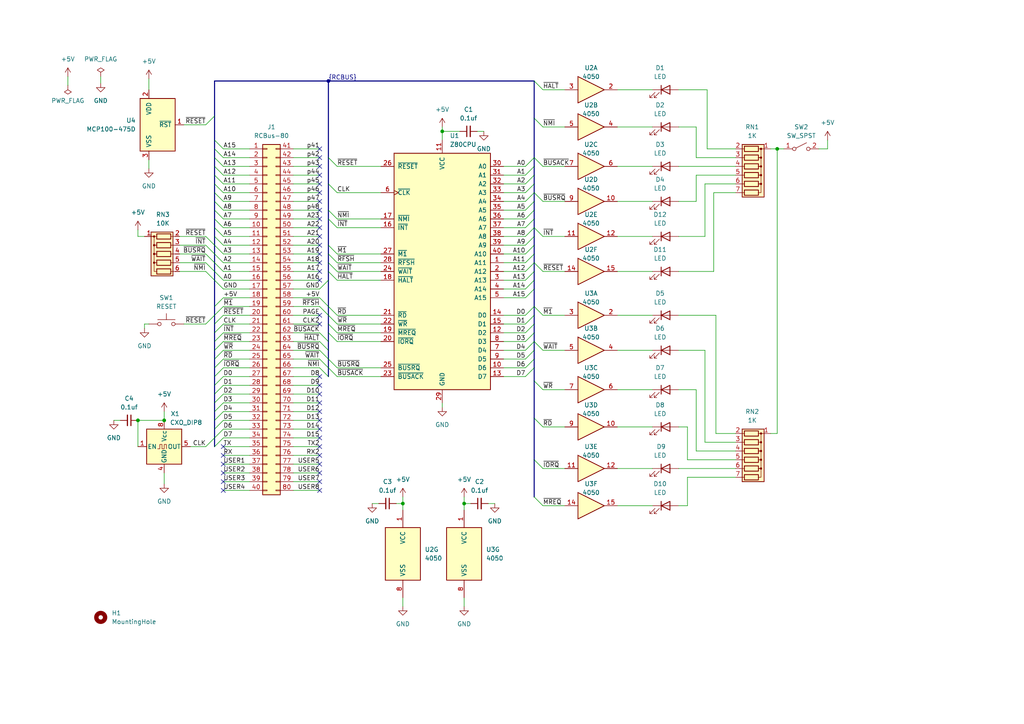
<source format=kicad_sch>
(kicad_sch (version 20230121) (generator eeschema)
  (paper "A4")
  (title_block (title "z80blinken") (date "2024-01-21") (rev "1") (company "(C) 2024 J.B. Langston") (comment 1 "https://github.com/jblang/z80ctrl"))
  (bus_alias "RCBUS" (members "A[0..15]" "D[0..7]" "CLK" "~{RESET}" "~{NMI}" "~{INT}" "~{M1}" "~{RFSH}" "~{WAIT}" "~{HALT}" "~{RD}" "~{WR}" "~{MREQ}" "~{IORQ}" "~{BUSRQ}" "~{BUSACK}" "+5V" "GND" ""))
  (junction (at 225.425 43.18))
  (junction (at 40.005 121.92))
  (junction (at 128.27 38.1))
  (junction (at 116.84 146.05))
  (junction (at 47.625 121.92))
  (junction (at 95.25 23.495))
  (junction (at 134.62 146.05))
  (no_connect (at 92.71 119.38))
  (no_connect (at 92.71 43.18))
  (no_connect (at 92.71 134.62))
  (no_connect (at 92.71 81.28))
  (no_connect (at 92.71 142.24))
  (no_connect (at 92.71 60.96))
  (no_connect (at 92.71 63.5))
  (no_connect (at 92.71 71.12))
  (no_connect (at 92.71 116.84))
  (no_connect (at 92.71 78.74))
  (no_connect (at 92.71 132.08))
  (no_connect (at 92.71 127))
  (no_connect (at 92.71 45.72))
  (no_connect (at 92.71 114.3))
  (no_connect (at 64.77 142.24))
  (no_connect (at 92.71 73.66))
  (no_connect (at 92.71 93.98))
  (no_connect (at 64.77 137.16))
  (no_connect (at 92.71 58.42))
  (no_connect (at 92.71 66.04))
  (no_connect (at 92.71 55.88))
  (no_connect (at 92.71 50.8))
  (no_connect (at 64.77 129.54))
  (no_connect (at 92.71 111.76))
  (no_connect (at 92.71 91.44))
  (no_connect (at 92.71 121.92))
  (no_connect (at 92.71 68.58))
  (no_connect (at 92.71 53.34))
  (no_connect (at 92.71 109.22))
  (no_connect (at 64.77 132.08))
  (no_connect (at 92.71 48.26))
  (no_connect (at 64.77 134.62))
  (no_connect (at 64.77 139.7))
  (no_connect (at 92.71 124.46))
  (no_connect (at 92.71 139.7))
  (no_connect (at 92.71 137.16))
  (no_connect (at 92.71 129.54))
  (no_connect (at 92.71 76.2))
  (bus_entry (at 62.23 91.44) (size 2.54 -2.54))
  (bus_entry (at 154.94 144.145) (size 2.54 2.54))
  (bus_entry (at 154.94 45.72) (size 2.54 2.54))
  (bus_entry (at 152.4 96.52) (size 2.54 -2.54))
  (bus_entry (at 62.23 60.96) (size 2.54 2.54))
  (bus_entry (at 97.79 55.88) (size -2.54 -2.54))
  (bus_entry (at 152.4 68.58) (size 2.54 -2.54))
  (bus_entry (at 154.94 110.49) (size 2.54 2.54))
  (bus_entry (at 92.71 104.14) (size 2.54 2.54))
  (bus_entry (at 62.23 45.72) (size 2.54 2.54))
  (bus_entry (at 152.4 73.66) (size 2.54 -2.54))
  (bus_entry (at 62.23 88.9) (size 2.54 -2.54))
  (bus_entry (at 154.94 121.285) (size 2.54 2.54))
  (bus_entry (at 62.23 93.98) (size 2.54 -2.54))
  (bus_entry (at 59.69 93.98) (size 2.54 -2.54))
  (bus_entry (at 62.23 58.42) (size 2.54 2.54))
  (bus_entry (at 62.23 121.92) (size 2.54 -2.54))
  (bus_entry (at 62.23 71.12) (size 2.54 2.54))
  (bus_entry (at 154.94 133.35) (size 2.54 2.54))
  (bus_entry (at 97.79 76.2) (size -2.54 -2.54))
  (bus_entry (at 62.23 114.3) (size 2.54 -2.54))
  (bus_entry (at 152.4 58.42) (size 2.54 -2.54))
  (bus_entry (at 152.4 71.12) (size 2.54 -2.54))
  (bus_entry (at 59.69 76.2) (size 2.54 2.54))
  (bus_entry (at 59.69 71.12) (size 2.54 2.54))
  (bus_entry (at 62.23 55.88) (size 2.54 2.54))
  (bus_entry (at 62.23 48.26) (size 2.54 2.54))
  (bus_entry (at 62.23 68.58) (size 2.54 2.54))
  (bus_entry (at 62.23 129.54) (size 2.54 -2.54))
  (bus_entry (at 97.79 63.5) (size -2.54 -2.54))
  (bus_entry (at 97.79 66.04) (size -2.54 -2.54))
  (bus_entry (at 152.4 104.14) (size 2.54 -2.54))
  (bus_entry (at 152.4 60.96) (size 2.54 -2.54))
  (bus_entry (at 59.69 78.74) (size 2.54 2.54))
  (bus_entry (at 62.23 124.46) (size 2.54 -2.54))
  (bus_entry (at 62.23 40.64) (size 2.54 2.54))
  (bus_entry (at 152.4 63.5) (size 2.54 -2.54))
  (bus_entry (at 152.4 83.82) (size 2.54 -2.54))
  (bus_entry (at 92.71 83.82) (size 2.54 -2.54))
  (bus_entry (at 97.79 73.66) (size -2.54 -2.54))
  (bus_entry (at 152.4 106.68) (size 2.54 -2.54))
  (bus_entry (at 62.23 50.8) (size 2.54 2.54))
  (bus_entry (at 62.23 99.06) (size 2.54 -2.54))
  (bus_entry (at 59.69 129.54) (size 2.54 -2.54))
  (bus_entry (at 62.23 119.38) (size 2.54 -2.54))
  (bus_entry (at 154.94 76.2) (size 2.54 2.54))
  (bus_entry (at 62.23 127) (size 2.54 -2.54))
  (bus_entry (at 62.23 111.76) (size 2.54 -2.54))
  (bus_entry (at 97.79 106.68) (size -2.54 -2.54))
  (bus_entry (at 59.69 73.66) (size 2.54 2.54))
  (bus_entry (at 152.4 66.04) (size 2.54 -2.54))
  (bus_entry (at 92.71 88.9) (size 2.54 2.54))
  (bus_entry (at 62.23 96.52) (size 2.54 -2.54))
  (bus_entry (at 154.94 55.88) (size 2.54 2.54))
  (bus_entry (at 97.79 99.06) (size -2.54 -2.54))
  (bus_entry (at 62.23 116.84) (size 2.54 -2.54))
  (bus_entry (at 152.4 86.36) (size 2.54 -2.54))
  (bus_entry (at 62.23 81.28) (size 2.54 2.54))
  (bus_entry (at 152.4 99.06) (size 2.54 -2.54))
  (bus_entry (at 92.71 96.52) (size 2.54 2.54))
  (bus_entry (at 152.4 53.34) (size 2.54 -2.54))
  (bus_entry (at 92.71 101.6) (size 2.54 2.54))
  (bus_entry (at 62.23 101.6) (size 2.54 -2.54))
  (bus_entry (at 62.23 106.68) (size 2.54 -2.54))
  (bus_entry (at 152.4 55.88) (size 2.54 -2.54))
  (bus_entry (at 59.69 36.195) (size 2.54 -2.54))
  (bus_entry (at 62.23 76.2) (size 2.54 2.54))
  (bus_entry (at 97.79 81.28) (size -2.54 -2.54))
  (bus_entry (at 154.94 66.04) (size 2.54 2.54))
  (bus_entry (at 97.79 78.74) (size -2.54 -2.54))
  (bus_entry (at 154.94 23.495) (size 2.54 2.54))
  (bus_entry (at 152.4 78.74) (size 2.54 -2.54))
  (bus_entry (at 152.4 109.22) (size 2.54 -2.54))
  (bus_entry (at 152.4 91.44) (size 2.54 -2.54))
  (bus_entry (at 62.23 66.04) (size 2.54 2.54))
  (bus_entry (at 97.79 109.22) (size -2.54 -2.54))
  (bus_entry (at 92.71 106.68) (size 2.54 2.54))
  (bus_entry (at 62.23 78.74) (size 2.54 2.54))
  (bus_entry (at 152.4 93.98) (size 2.54 -2.54))
  (bus_entry (at 97.79 91.44) (size -2.54 -2.54))
  (bus_entry (at 152.4 101.6) (size 2.54 -2.54))
  (bus_entry (at 152.4 48.26) (size 2.54 -2.54))
  (bus_entry (at 62.23 109.22) (size 2.54 -2.54))
  (bus_entry (at 154.94 88.9) (size 2.54 2.54))
  (bus_entry (at 97.79 48.26) (size -2.54 -2.54))
  (bus_entry (at 62.23 73.66) (size 2.54 2.54))
  (bus_entry (at 97.79 93.98) (size -2.54 -2.54))
  (bus_entry (at 59.69 68.58) (size 2.54 2.54))
  (bus_entry (at 152.4 50.8) (size 2.54 -2.54))
  (bus_entry (at 62.23 63.5) (size 2.54 2.54))
  (bus_entry (at 62.23 53.34) (size 2.54 2.54))
  (bus_entry (at 92.71 99.06) (size 2.54 2.54))
  (bus_entry (at 152.4 81.28) (size 2.54 -2.54))
  (bus_entry (at 152.4 76.2) (size 2.54 -2.54))
  (bus_entry (at 154.94 99.06) (size 2.54 2.54))
  (bus_entry (at 97.79 96.52) (size -2.54 -2.54))
  (bus_entry (at 154.94 34.29) (size 2.54 2.54))
  (bus_entry (at 92.71 86.36) (size 2.54 2.54))
  (bus_entry (at 62.23 104.14) (size 2.54 -2.54))
  (bus_entry (at 62.23 43.18) (size 2.54 2.54))
  (wire (pts (xy 85.09 78.74) (xy 92.71 78.74)))
  (wire (pts (xy 64.77 73.66) (xy 72.39 73.66)))
  (wire (pts (xy 85.09 81.28) (xy 92.71 81.28)))
  (bus (pts (xy 62.23 78.74) (xy 62.23 81.28)))
  (bus (pts (xy 95.25 23.495) (xy 95.25 45.72)))
  (wire (pts (xy 201.93 113.03) (xy 196.85 113.03)))
  (wire (pts (xy 92.71 96.52) (xy 85.09 96.52)))
  (wire (pts (xy 64.77 119.38) (xy 72.39 119.38)))
  (bus (pts (xy 154.94 106.68) (xy 154.94 110.49)))
  (wire (pts (xy 196.85 48.26) (xy 213.36 48.26)))
  (wire (pts (xy 204.47 68.58) (xy 204.47 53.34)))
  (wire (pts (xy 85.09 71.12) (xy 92.71 71.12)))
  (bus (pts (xy 62.23 48.26) (xy 62.23 50.8)))
  (bus (pts (xy 62.23 111.76) (xy 62.23 114.3)))
  (bus (pts (xy 95.25 63.5) (xy 95.25 71.12)))
  (wire (pts (xy 196.85 135.89) (xy 213.36 135.89)))
  (bus (pts (xy 154.94 96.52) (xy 154.94 99.06)))
  (wire (pts (xy 64.77 109.22) (xy 72.39 109.22)))
  (bus (pts (xy 95.25 96.52) (xy 95.25 99.06)))
  (wire (pts (xy 146.05 68.58) (xy 152.4 68.58)))
  (bus (pts (xy 154.94 99.06) (xy 154.94 101.6)))
  (bus (pts (xy 62.23 91.44) (xy 62.23 93.98)))
  (bus (pts (xy 154.94 73.66) (xy 154.94 76.2)))
  (bus (pts (xy 95.25 53.34) (xy 95.25 60.96)))
  (wire (pts (xy 128.27 38.1) (xy 133.35 38.1)))
  (wire (pts (xy 85.09 83.82) (xy 92.71 83.82)))
  (wire (pts (xy 128.27 38.1) (xy 128.27 40.64)))
  (bus (pts (xy 62.23 68.58) (xy 62.23 71.12)))
  (wire (pts (xy 64.77 68.58) (xy 72.39 68.58)))
  (wire (pts (xy 40.005 68.58) (xy 41.91 68.58)))
  (wire (pts (xy 97.79 76.2) (xy 110.49 76.2)))
  (wire (pts (xy 97.79 81.28) (xy 110.49 81.28)))
  (wire (pts (xy 201.93 130.81) (xy 201.93 113.03)))
  (bus (pts (xy 62.23 60.96) (xy 62.23 63.5)))
  (wire (pts (xy 85.09 119.38) (xy 92.71 119.38)))
  (wire (pts (xy 85.09 129.54) (xy 92.71 129.54)))
  (wire (pts (xy 85.09 73.66) (xy 92.71 73.66)))
  (wire (pts (xy 43.18 46.355) (xy 43.18 48.895)))
  (wire (pts (xy 64.77 60.96) (xy 72.39 60.96)))
  (wire (pts (xy 85.09 55.88) (xy 92.71 55.88)))
  (bus (pts (xy 95.25 93.98) (xy 95.25 96.52)))
  (bus (pts (xy 95.25 109.22) (xy 95.25 106.68)))
  (wire (pts (xy 146.05 109.22) (xy 152.4 109.22)))
  (wire (pts (xy 64.77 96.52) (xy 72.39 96.52)))
  (wire (pts (xy 134.62 146.05) (xy 134.62 147.955)))
  (wire (pts (xy 189.23 146.685) (xy 179.07 146.685)))
  (wire (pts (xy 85.09 43.18) (xy 92.71 43.18)))
  (wire (pts (xy 64.77 43.18) (xy 72.39 43.18)))
  (wire (pts (xy 64.77 124.46) (xy 72.39 124.46)))
  (wire (pts (xy 157.48 135.89) (xy 163.83 135.89)))
  (bus (pts (xy 154.94 104.14) (xy 154.94 106.68)))
  (wire (pts (xy 110.49 73.66) (xy 97.79 73.66)))
  (bus (pts (xy 154.94 63.5) (xy 154.94 66.04)))
  (wire (pts (xy 146.05 83.82) (xy 152.4 83.82)))
  (bus (pts (xy 62.23 96.52) (xy 62.23 99.06)))
  (bus (pts (xy 62.23 63.5) (xy 62.23 66.04)))
  (wire (pts (xy 64.77 88.9) (xy 72.39 88.9)))
  (wire (pts (xy 40.005 66.675) (xy 40.005 68.58)))
  (wire (pts (xy 146.05 55.88) (xy 152.4 55.88)))
  (wire (pts (xy 157.48 113.03) (xy 163.83 113.03)))
  (wire (pts (xy 19.685 24.765) (xy 19.685 22.225)))
  (bus (pts (xy 95.25 73.66) (xy 95.25 76.2)))
  (wire (pts (xy 189.23 101.6) (xy 179.07 101.6)))
  (bus (pts (xy 62.23 121.92) (xy 62.23 124.46)))
  (wire (pts (xy 110.49 66.04) (xy 97.79 66.04)))
  (wire (pts (xy 134.62 146.05) (xy 136.525 146.05)))
  (wire (pts (xy 199.39 146.685) (xy 196.85 146.685)))
  (wire (pts (xy 64.77 91.44) (xy 72.39 91.44)))
  (bus (pts (xy 154.94 58.42) (xy 154.94 60.96)))
  (wire (pts (xy 179.07 78.74) (xy 189.23 78.74)))
  (wire (pts (xy 213.36 138.43) (xy 199.39 138.43)))
  (wire (pts (xy 157.48 146.685) (xy 163.83 146.685)))
  (bus (pts (xy 95.25 91.44) (xy 95.25 93.98)))
  (bus (pts (xy 95.25 106.68) (xy 95.25 104.14)))
  (wire (pts (xy 157.48 78.74) (xy 163.83 78.74)))
  (bus (pts (xy 154.94 88.9) (xy 154.94 91.44)))
  (wire (pts (xy 85.09 114.3) (xy 92.71 114.3)))
  (wire (pts (xy 64.77 55.88) (xy 72.39 55.88)))
  (wire (pts (xy 64.77 76.2) (xy 72.39 76.2)))
  (bus (pts (xy 154.94 110.49) (xy 154.94 121.285)))
  (wire (pts (xy 146.05 96.52) (xy 152.4 96.52)))
  (wire (pts (xy 146.05 76.2) (xy 152.4 76.2)))
  (wire (pts (xy 53.34 93.98) (xy 59.69 93.98)))
  (wire (pts (xy 52.07 78.74) (xy 59.69 78.74)))
  (wire (pts (xy 41.91 93.98) (xy 43.18 93.98)))
  (wire (pts (xy 52.07 76.2) (xy 59.69 76.2)))
  (wire (pts (xy 196.85 78.74) (xy 207.01 78.74)))
  (bus (pts (xy 62.23 127) (xy 62.23 129.54)))
  (wire (pts (xy 225.425 43.18) (xy 223.52 43.18)))
  (wire (pts (xy 146.05 106.68) (xy 152.4 106.68)))
  (bus (pts (xy 95.25 23.495) (xy 154.94 23.495)))
  (wire (pts (xy 199.39 138.43) (xy 199.39 146.685)))
  (wire (pts (xy 189.23 123.825) (xy 179.07 123.825)))
  (wire (pts (xy 64.77 50.8) (xy 72.39 50.8)))
  (wire (pts (xy 146.05 86.36) (xy 152.4 86.36)))
  (wire (pts (xy 85.09 60.96) (xy 92.71 60.96)))
  (wire (pts (xy 97.79 48.26) (xy 110.49 48.26)))
  (wire (pts (xy 146.05 91.44) (xy 152.4 91.44)))
  (bus (pts (xy 62.23 104.14) (xy 62.23 106.68)))
  (bus (pts (xy 62.23 101.6) (xy 62.23 104.14)))
  (wire (pts (xy 64.77 81.28) (xy 72.39 81.28)))
  (wire (pts (xy 85.09 45.72) (xy 92.71 45.72)))
  (wire (pts (xy 225.425 125.73) (xy 223.52 125.73)))
  (wire (pts (xy 64.77 116.84) (xy 72.39 116.84)))
  (wire (pts (xy 109.855 146.05) (xy 107.95 146.05)))
  (bus (pts (xy 154.94 81.28) (xy 154.94 83.82)))
  (wire (pts (xy 85.09 86.36) (xy 92.71 86.36)))
  (wire (pts (xy 201.93 130.81) (xy 213.36 130.81)))
  (wire (pts (xy 47.625 119.38) (xy 47.625 121.92)))
  (wire (pts (xy 157.48 101.6) (xy 163.83 101.6)))
  (bus (pts (xy 62.23 76.2) (xy 62.23 78.74)))
  (wire (pts (xy 157.48 123.825) (xy 163.83 123.825)))
  (wire (pts (xy 207.645 125.73) (xy 213.36 125.73)))
  (bus (pts (xy 95.25 45.72) (xy 95.25 53.34)))
  (wire (pts (xy 240.03 43.18) (xy 240.03 40.64)))
  (wire (pts (xy 146.05 60.96) (xy 152.4 60.96)))
  (bus (pts (xy 154.94 78.74) (xy 154.94 81.28)))
  (bus (pts (xy 154.94 60.96) (xy 154.94 63.5)))
  (wire (pts (xy 146.05 66.04) (xy 152.4 66.04)))
  (wire (pts (xy 134.62 173.355) (xy 134.62 175.895)))
  (wire (pts (xy 204.47 53.34) (xy 213.36 53.34)))
  (wire (pts (xy 196.85 123.825) (xy 199.39 123.825)))
  (wire (pts (xy 138.43 38.1) (xy 140.335 38.1)))
  (bus (pts (xy 154.94 53.34) (xy 154.94 55.88)))
  (wire (pts (xy 116.84 146.05) (xy 114.935 146.05)))
  (wire (pts (xy 92.71 88.9) (xy 85.09 88.9)))
  (wire (pts (xy 85.09 93.98) (xy 92.71 93.98)))
  (wire (pts (xy 64.77 127) (xy 72.39 127)))
  (wire (pts (xy 41.91 95.25) (xy 41.91 93.98)))
  (wire (pts (xy 53.34 36.195) (xy 59.69 36.195)))
  (bus (pts (xy 62.23 33.655) (xy 62.23 40.64)))
  (wire (pts (xy 146.05 104.14) (xy 152.4 104.14)))
  (wire (pts (xy 85.09 109.22) (xy 92.71 109.22)))
  (bus (pts (xy 62.23 73.66) (xy 62.23 76.2)))
  (wire (pts (xy 179.07 91.44) (xy 189.23 91.44)))
  (wire (pts (xy 110.49 78.74) (xy 97.79 78.74)))
  (wire (pts (xy 134.62 144.145) (xy 134.62 146.05)))
  (wire (pts (xy 64.77 45.72) (xy 72.39 45.72)))
  (wire (pts (xy 110.49 55.88) (xy 97.79 55.88)))
  (bus (pts (xy 95.25 78.74) (xy 95.25 81.28)))
  (bus (pts (xy 62.23 23.495) (xy 95.25 23.495)))
  (wire (pts (xy 199.39 123.825) (xy 199.39 133.35)))
  (wire (pts (xy 43.18 22.86) (xy 43.18 26.035)))
  (wire (pts (xy 201.93 36.83) (xy 196.85 36.83)))
  (wire (pts (xy 157.48 68.58) (xy 163.83 68.58)))
  (wire (pts (xy 64.77 134.62) (xy 72.39 134.62)))
  (wire (pts (xy 201.93 45.72) (xy 213.36 45.72)))
  (wire (pts (xy 64.77 121.92) (xy 72.39 121.92)))
  (wire (pts (xy 204.47 128.27) (xy 213.36 128.27)))
  (wire (pts (xy 196.85 58.42) (xy 201.93 58.42)))
  (wire (pts (xy 196.85 91.44) (xy 207.645 91.44)))
  (wire (pts (xy 201.93 45.72) (xy 201.93 36.83)))
  (wire (pts (xy 204.47 101.6) (xy 196.85 101.6)))
  (wire (pts (xy 85.09 134.62) (xy 92.71 134.62)))
  (wire (pts (xy 29.21 22.225) (xy 29.21 24.13)))
  (wire (pts (xy 204.47 128.27) (xy 204.47 101.6)))
  (wire (pts (xy 116.84 146.05) (xy 116.84 147.955)))
  (wire (pts (xy 64.77 111.76) (xy 72.39 111.76)))
  (wire (pts (xy 64.77 106.68) (xy 72.39 106.68)))
  (wire (pts (xy 110.49 96.52) (xy 97.79 96.52)))
  (bus (pts (xy 62.23 106.68) (xy 62.23 109.22)))
  (bus (pts (xy 62.23 40.64) (xy 62.23 43.18)))
  (bus (pts (xy 62.23 53.34) (xy 62.23 55.88)))
  (bus (pts (xy 95.25 99.06) (xy 95.25 101.6)))
  (bus (pts (xy 154.94 55.88) (xy 154.94 58.42)))
  (wire (pts (xy 189.23 58.42) (xy 179.07 58.42)))
  (wire (pts (xy 64.77 58.42) (xy 72.39 58.42)))
  (bus (pts (xy 95.25 60.96) (xy 95.25 63.5)))
  (wire (pts (xy 146.05 63.5) (xy 152.4 63.5)))
  (wire (pts (xy 146.05 50.8) (xy 152.4 50.8)))
  (wire (pts (xy 141.605 146.05) (xy 143.51 146.05)))
  (bus (pts (xy 154.94 83.82) (xy 154.94 88.9)))
  (bus (pts (xy 154.94 45.72) (xy 154.94 48.26)))
  (wire (pts (xy 64.77 78.74) (xy 72.39 78.74)))
  (wire (pts (xy 146.05 81.28) (xy 152.4 81.28)))
  (bus (pts (xy 95.25 81.28) (xy 95.25 88.9)))
  (bus (pts (xy 62.23 45.72) (xy 62.23 48.26)))
  (wire (pts (xy 64.77 93.98) (xy 72.39 93.98)))
  (wire (pts (xy 47.625 121.92) (xy 40.005 121.92)))
  (wire (pts (xy 64.77 114.3) (xy 72.39 114.3)))
  (wire (pts (xy 110.49 91.44) (xy 97.79 91.44)))
  (wire (pts (xy 128.27 36.83) (xy 128.27 38.1)))
  (bus (pts (xy 154.94 34.29) (xy 154.94 45.72)))
  (bus (pts (xy 95.25 76.2) (xy 95.25 78.74)))
  (wire (pts (xy 110.49 109.22) (xy 97.79 109.22)))
  (wire (pts (xy 157.48 36.83) (xy 163.83 36.83)))
  (bus (pts (xy 62.23 114.3) (xy 62.23 116.84)))
  (wire (pts (xy 64.77 101.6) (xy 72.39 101.6)))
  (wire (pts (xy 64.77 137.16) (xy 72.39 137.16)))
  (wire (pts (xy 189.23 113.03) (xy 179.07 113.03)))
  (wire (pts (xy 34.925 121.92) (xy 33.02 121.92)))
  (wire (pts (xy 146.05 71.12) (xy 152.4 71.12)))
  (wire (pts (xy 47.625 140.335) (xy 47.625 137.16)))
  (wire (pts (xy 64.77 71.12) (xy 72.39 71.12)))
  (wire (pts (xy 52.07 68.58) (xy 59.69 68.58)))
  (wire (pts (xy 64.77 129.54) (xy 72.39 129.54)))
  (wire (pts (xy 85.09 137.16) (xy 92.71 137.16)))
  (wire (pts (xy 199.39 133.35) (xy 213.36 133.35)))
  (wire (pts (xy 85.09 116.84) (xy 92.71 116.84)))
  (bus (pts (xy 154.94 50.8) (xy 154.94 53.34)))
  (bus (pts (xy 95.25 88.9) (xy 95.25 91.44)))
  (wire (pts (xy 64.77 66.04) (xy 72.39 66.04)))
  (wire (pts (xy 64.77 83.82) (xy 72.39 83.82)))
  (bus (pts (xy 154.94 48.26) (xy 154.94 50.8)))
  (wire (pts (xy 157.48 58.42) (xy 163.83 58.42)))
  (wire (pts (xy 179.07 135.89) (xy 189.23 135.89)))
  (wire (pts (xy 85.09 66.04) (xy 92.71 66.04)))
  (wire (pts (xy 116.84 144.145) (xy 116.84 146.05)))
  (bus (pts (xy 154.94 91.44) (xy 154.94 93.98)))
  (bus (pts (xy 62.23 109.22) (xy 62.23 111.76)))
  (bus (pts (xy 62.23 116.84) (xy 62.23 119.38)))
  (wire (pts (xy 116.84 173.355) (xy 116.84 175.895)))
  (bus (pts (xy 62.23 124.46) (xy 62.23 127)))
  (bus (pts (xy 154.94 71.12) (xy 154.94 73.66)))
  (bus (pts (xy 154.94 133.35) (xy 154.94 144.145)))
  (wire (pts (xy 92.71 104.14) (xy 85.09 104.14)))
  (bus (pts (xy 62.23 119.38) (xy 62.23 121.92)))
  (wire (pts (xy 146.05 78.74) (xy 152.4 78.74)))
  (wire (pts (xy 146.05 99.06) (xy 152.4 99.06)))
  (bus (pts (xy 62.23 55.88) (xy 62.23 58.42)))
  (wire (pts (xy 157.48 91.44) (xy 163.83 91.44)))
  (wire (pts (xy 237.49 43.18) (xy 240.03 43.18)))
  (wire (pts (xy 157.48 48.26) (xy 163.83 48.26)))
  (bus (pts (xy 62.23 88.9) (xy 62.23 91.44)))
  (wire (pts (xy 85.09 50.8) (xy 92.71 50.8)))
  (wire (pts (xy 64.77 132.08) (xy 72.39 132.08)))
  (bus (pts (xy 154.94 76.2) (xy 154.94 78.74)))
  (wire (pts (xy 85.09 111.76) (xy 92.71 111.76)))
  (wire (pts (xy 64.77 48.26) (xy 72.39 48.26)))
  (bus (pts (xy 154.94 68.58) (xy 154.94 71.12)))
  (wire (pts (xy 146.05 73.66) (xy 152.4 73.66)))
  (wire (pts (xy 92.71 106.68) (xy 85.09 106.68)))
  (wire (pts (xy 146.05 58.42) (xy 152.4 58.42)))
  (wire (pts (xy 85.09 76.2) (xy 92.71 76.2)))
  (wire (pts (xy 207.645 91.44) (xy 207.645 125.73)))
  (wire (pts (xy 201.93 50.8) (xy 213.36 50.8)))
  (wire (pts (xy 146.05 101.6) (xy 152.4 101.6)))
  (wire (pts (xy 110.49 93.98) (xy 97.79 93.98)))
  (wire (pts (xy 85.09 63.5) (xy 92.71 63.5)))
  (wire (pts (xy 64.77 142.24) (xy 72.39 142.24)))
  (wire (pts (xy 189.23 68.58) (xy 179.07 68.58)))
  (bus (pts (xy 154.94 93.98) (xy 154.94 96.52)))
  (bus (pts (xy 154.94 66.04) (xy 154.94 68.58)))
  (bus (pts (xy 154.94 34.29) (xy 154.94 23.495)))
  (bus (pts (xy 62.23 58.42) (xy 62.23 60.96)))
  (wire (pts (xy 110.49 106.68) (xy 97.79 106.68)))
  (wire (pts (xy 64.77 139.7) (xy 72.39 139.7)))
  (wire (pts (xy 207.01 55.88) (xy 207.01 78.74)))
  (wire (pts (xy 85.09 139.7) (xy 92.71 139.7)))
  (wire (pts (xy 157.48 26.035) (xy 163.83 26.035)))
  (wire (pts (xy 201.93 58.42) (xy 201.93 50.8)))
  (wire (pts (xy 52.07 71.12) (xy 59.69 71.12)))
  (bus (pts (xy 62.23 66.04) (xy 62.23 68.58)))
  (wire (pts (xy 225.425 43.18) (xy 227.33 43.18)))
  (wire (pts (xy 146.05 48.26) (xy 152.4 48.26)))
  (wire (pts (xy 205.105 26.035) (xy 196.85 26.035)))
  (wire (pts (xy 92.71 99.06) (xy 85.09 99.06)))
  (bus (pts (xy 95.25 71.12) (xy 95.25 73.66)))
  (bus (pts (xy 95.25 101.6) (xy 95.25 104.14)))
  (wire (pts (xy 146.05 53.34) (xy 152.4 53.34)))
  (wire (pts (xy 85.09 124.46) (xy 92.71 124.46)))
  (wire (pts (xy 85.09 68.58) (xy 92.71 68.58)))
  (wire (pts (xy 40.005 121.92) (xy 40.005 129.54)))
  (bus (pts (xy 62.23 71.12) (xy 62.23 73.66)))
  (wire (pts (xy 189.23 48.26) (xy 179.07 48.26)))
  (wire (pts (xy 64.77 86.36) (xy 72.39 86.36)))
  (bus (pts (xy 62.23 93.98) (xy 62.23 96.52)))
  (wire (pts (xy 85.09 142.24) (xy 92.71 142.24)))
  (wire (pts (xy 85.09 121.92) (xy 92.71 121.92)))
  (bus (pts (xy 62.23 99.06) (xy 62.23 101.6)))
  (wire (pts (xy 85.09 58.42) (xy 92.71 58.42)))
  (wire (pts (xy 205.105 43.18) (xy 205.105 26.035)))
  (wire (pts (xy 146.05 93.98) (xy 152.4 93.98)))
  (wire (pts (xy 189.23 26.035) (xy 179.07 26.035)))
  (bus (pts (xy 62.23 43.18) (xy 62.23 45.72)))
  (wire (pts (xy 64.77 53.34) (xy 72.39 53.34)))
  (wire (pts (xy 92.71 101.6) (xy 85.09 101.6)))
  (bus (pts (xy 62.23 50.8) (xy 62.23 53.34)))
  (wire (pts (xy 196.85 68.58) (xy 204.47 68.58)))
  (wire (pts (xy 207.01 55.88) (xy 213.36 55.88)))
  (wire (pts (xy 85.09 53.34) (xy 92.71 53.34)))
  (bus (pts (xy 154.94 121.285) (xy 154.94 133.35)))
  (wire (pts (xy 85.09 127) (xy 92.71 127)))
  (wire (pts (xy 128.27 116.84) (xy 128.27 118.11)))
  (bus (pts (xy 62.23 23.495) (xy 62.23 33.655)))
  (wire (pts (xy 225.425 43.18) (xy 225.425 125.73)))
  (wire (pts (xy 52.07 73.66) (xy 59.69 73.66)))
  (bus (pts (xy 154.94 101.6) (xy 154.94 104.14)))
  (wire (pts (xy 64.77 63.5) (xy 72.39 63.5)))
  (wire (pts (xy 85.09 132.08) (xy 92.71 132.08)))
  (wire (pts (xy 85.09 48.26) (xy 92.71 48.26)))
  (wire (pts (xy 205.105 43.18) (xy 213.36 43.18)))
  (bus (pts (xy 62.23 81.28) (xy 62.23 88.9)))
  (wire (pts (xy 110.49 99.06) (xy 97.79 99.06)))
  (wire (pts (xy 64.77 99.06) (xy 72.39 99.06)))
  (wire (pts (xy 110.49 63.5) (xy 97.79 63.5)))
  (wire (pts (xy 64.77 104.14) (xy 72.39 104.14)))
  (wire (pts (xy 189.23 36.83) (xy 179.07 36.83)))
  (wire (pts (xy 85.09 91.44) (xy 92.71 91.44)))
  (wire (pts (xy 55.245 129.54) (xy 59.69 129.54)))
  (label "A2" (at 152.4 53.34 180))
  (label "A12" (at 64.77 50.8 0))
  (label "A13" (at 152.4 81.28 180))
  (label "A19" (at 92.71 73.66 180))
  (label "USER8" (at 92.71 142.24 180))
  (label "A14" (at 64.77 45.72 0))
  (label "~{NMI}" (at 92.71 106.68 180))
  (label "D12" (at 92.71 119.38 180))
  (label "A15" (at 152.4 86.36 180))
  (label "A5" (at 64.77 68.58 0))
  (label "D4" (at 152.4 101.6 180))
  (label "A4" (at 152.4 58.42 180))
  (label "A11" (at 64.77 53.34 0))
  (label "~{WR}" (at 64.77 101.6 0))
  (label "D14" (at 92.71 124.46 180))
  (label "D9" (at 92.71 111.76 180))
  (label "p46" (at 92.71 55.88 180))
  (label "A4" (at 64.77 71.12 0))
  (label "~{RESET}" (at 59.69 93.98 180))
  (label "A8" (at 64.77 60.96 0))
  (label "A14" (at 152.4 83.82 180))
  (label "USER7" (at 92.71 139.7 180))
  (label "CLK" (at 64.77 93.98 0))
  (label "D5" (at 64.77 121.92 0))
  (label "TX2" (at 92.71 129.54 180))
  (label "~{MREQ}" (at 64.77 99.06 0))
  (label "USER6" (at 92.71 137.16 180))
  (label "USER2" (at 64.77 137.16 0))
  (label "A6" (at 152.4 63.5 180))
  (label "A9" (at 64.77 58.42 0))
  (label "p42" (at 92.71 45.72 180))
  (label "D13" (at 92.71 121.92 180))
  (label "~{RFSH}" (at 97.79 76.2 0))
  (label "~{BUSRQ}" (at 59.69 73.66 180))
  (label "RX2" (at 92.71 132.08 180))
  (label "D8" (at 92.71 109.22 180))
  (label "A7" (at 64.77 63.5 0))
  (label "A9" (at 152.4 71.12 180))
  (label "~{IORQ}" (at 64.77 106.68 0))
  (label "USER4" (at 64.77 142.24 0))
  (label "A7" (at 152.4 66.04 180))
  (label "A0" (at 64.77 81.28 0))
  (label "~{HALT}" (at 157.48 26.035 0))
  (label "~{BUSRQ}" (at 97.79 106.68 0))
  (label "D6" (at 152.4 106.68 180))
  (label "~{INT}" (at 64.77 96.52 0))
  (label "~{MREQ}" (at 97.79 96.52 0))
  (label "~{MREQ}" (at 157.48 146.685 0))
  (label "A13" (at 64.77 48.26 0))
  (label "PAGE" (at 92.71 91.44 180))
  (label "USER1" (at 64.77 134.62 0))
  (label "USER5" (at 92.71 134.62 180))
  (label "RX" (at 64.77 132.08 0))
  (label "~{RESET}" (at 64.77 91.44 0))
  (label "p44" (at 92.71 50.8 180))
  (label "A22" (at 92.71 66.04 180))
  (label "A11" (at 152.4 76.2 180))
  (label "D15" (at 92.71 127 180))
  (label "~{INT}" (at 97.79 66.04 0))
  (label "~{NMI}" (at 59.69 78.74 180))
  (label "TX" (at 64.77 129.54 0))
  (label "A1" (at 64.77 78.74 0))
  (label "p43" (at 92.71 48.26 180))
  (label "D0" (at 152.4 91.44 180))
  (label "+5V" (at 92.71 86.36 180))
  (label "A3" (at 152.4 55.88 180))
  (label "~{WAIT}" (at 59.69 76.2 180))
  (label "A6" (at 64.77 66.04 0))
  (label "A21" (at 92.71 68.58 180))
  (label "A18" (at 92.71 76.2 180))
  (label "~{HALT}" (at 92.71 99.06 180))
  (label "p45" (at 92.71 53.34 180))
  (label "A0" (at 152.4 48.26 180))
  (label "~{WAIT}" (at 92.71 104.14 180))
  (label "~{HALT}" (at 97.79 81.28 0))
  (label "GND" (at 64.77 83.82 0))
  (label "{RCBUS}" (at 95.25 23.495 0))
  (label "~{IORQ}" (at 97.79 99.06 0))
  (label "D2" (at 152.4 96.52 180))
  (label "~{RD}" (at 97.79 91.44 0))
  (label "~{INT}" (at 157.48 68.58 0))
  (label "~{BUSRQ}" (at 92.71 101.6 180))
  (label "CLK2" (at 92.71 93.98 180))
  (label "D6" (at 64.77 124.46 0))
  (label "D2" (at 64.77 114.3 0))
  (label "A10" (at 64.77 55.88 0))
  (label "A15" (at 64.77 43.18 0))
  (label "~{RESET}" (at 59.69 36.195 180))
  (label "~{RESET}" (at 59.69 68.58 180))
  (label "~{RD}" (at 64.77 104.14 0))
  (label "~{INT}" (at 59.69 71.12 180))
  (label "p47" (at 92.71 58.42 180))
  (label "~{BUSRQ}" (at 157.48 58.42 0))
  (label "A5" (at 152.4 60.96 180))
  (label "D11" (at 92.71 116.84 180))
  (label "D7" (at 64.77 127 0))
  (label "~{IORQ}" (at 157.48 135.89 0))
  (label "CLK" (at 59.69 129.54 180))
  (label "~{BUSACK}" (at 92.71 96.52 180))
  (label "~{BUSACK}" (at 97.79 109.22 0))
  (label "D1" (at 152.4 93.98 180))
  (label "~{M1}" (at 64.77 88.9 0))
  (label "~{BUSACK}" (at 157.48 48.26 0))
  (label "D5" (at 152.4 104.14 180))
  (label "~{RESET}" (at 97.79 48.26 0))
  (label "D3" (at 64.77 116.84 0))
  (label "A10" (at 152.4 73.66 180))
  (label "~{WR}" (at 97.79 93.98 0))
  (label "~{WAIT}" (at 157.48 101.6 0))
  (label "~{NMI}" (at 157.48 36.83 0))
  (label "~{RFSH}" (at 92.71 88.9 180))
  (label "~{RESET}" (at 157.48 78.74 0))
  (label "USER3" (at 64.77 139.7 0))
  (label "D3" (at 152.4 99.06 180))
  (label "D10" (at 92.71 114.3 180))
  (label "p41" (at 92.71 43.18 180))
  (label "~{M1}" (at 157.48 91.44 0))
  (label "A20" (at 92.71 71.12 180))
  (label "A3" (at 64.77 73.66 0))
  (label "A12" (at 152.4 78.74 180))
  (label "A2" (at 64.77 76.2 0))
  (label "~{RD}" (at 157.48 123.825 0))
  (label "~{M1}" (at 97.79 73.66 0))
  (label "~{NMI}" (at 97.79 63.5 0))
  (label "p48" (at 92.71 60.96 180))
  (label "D0" (at 64.77 109.22 0))
  (label "~{WAIT}" (at 97.79 78.74 0))
  (label "D4" (at 64.77 119.38 0))
  (label "A16" (at 92.71 81.28 180))
  (label "A8" (at 152.4 68.58 180))
  (label "GND" (at 92.71 83.82 180))
  (label "A1" (at 152.4 50.8 180))
  (label "D7" (at 152.4 109.22 180))
  (label "~{WR}" (at 157.48 113.03 0))
  (label "+5V" (at 64.77 86.36 0))
  (label "A17" (at 92.71 78.74 180))
  (label "D1" (at 64.77 111.76 0))
  (label "A23" (at 92.71 63.5 180))
  (label "CLK" (at 97.79 55.88 0))
  (symbol (lib_id "power:GND") (at 140.335 38.1 0) (unit 1)
    (property "Reference" "#PWR016" (effects hide))
    (property "Value" "GND" (at 140.335 43.18 0))
  )
  (symbol (lib_id "4xxx:4050") (at 171.45 26.035 0) (unit 1)
    (property "Reference" "U2" (at 171.45 19.685 0))
    (property "Value" "4050" (at 171.45 22.225 0))
    (property "Footprint" "Package_DIP:DIP-16_W7.62mm" (effects hide))
    (property "Datasheet" "http://www.intersil.com/content/dam/intersil/documents/cd40/cd4050bms.pdf" (effects hide))
  )
  (symbol (lib_id "power:+5V") (at 19.685 22.225 0) (unit 1)
    (property "Reference" "#PWR018" (effects hide))
    (property "Value" "+5V" (at 19.685 17.145 0))
  )
  (symbol (lib_id "Device:LED") (at 193.04 68.58 0) (unit 1)
    (property "Reference" "D12" (at 191.4525 62.23 0))
    (property "Value" "LED" (at 191.4525 64.77 0))
    (property "Footprint" "Custom:LED_WP934CB&slash_GD_KNB" (effects hide))
  )
  (symbol (lib_id "power:+5V") (at 116.84 144.145 0) (mirror y) (unit 1)
    (property "Reference" "#PWR06" (effects hide))
    (property "Value" "+5V" (at 116.84 139.065 0))
  )
  (symbol (lib_id "power:GND") (at 134.62 175.895 0) (unit 1)
    (property "Reference" "#PWR09" (effects hide))
    (property "Value" "GND" (at 134.62 180.975 0))
  )
  (symbol (lib_id "power:GND") (at 41.91 95.25 0) (unit 1)
    (property "Reference" "#PWR014" (effects hide))
    (property "Value" "GND" (at 41.91 100.33 0))
  )
  (symbol (lib_id "Device:LED") (at 193.04 36.83 0) (unit 1)
    (property "Reference" "D2" (at 191.4525 30.48 0))
    (property "Value" "LED" (at 191.4525 33.02 0))
    (property "Footprint" "Custom:LED_WP934CB&slash_GD_KNB" (effects hide))
  )
  (symbol (lib_id "Device:LED") (at 193.04 78.74 0) (unit 1)
    (property "Reference" "D11" (at 191.4525 72.39 0))
    (property "Value" "LED" (at 191.4525 74.93 0))
    (property "Footprint" "Custom:LED_WP934CB&slash_GD_KNB" (effects hide))
  )
  (symbol (lib_id "4xxx:4050") (at 171.45 135.89 0) (unit 5)
    (property "Reference" "U3" (at 171.45 129.54 0))
    (property "Value" "4050" (at 171.45 132.08 0))
    (property "Footprint" "Package_DIP:DIP-16_W7.62mm" (effects hide))
    (property "Datasheet" "http://www.intersil.com/content/dam/intersil/documents/cd40/cd4050bms.pdf" (effects hide))
  )
  (symbol (lib_id "Device:C_Small") (at 37.465 121.92 270) (mirror x) (unit 1)
    (property "Reference" "C4" (at 37.4587 115.57 90))
    (property "Value" "0.1uf" (at 37.4587 118.11 90))
    (property "Footprint" "Capacitor_THT:C_Disc_D3.0mm_W1.6mm_P2.50mm" (effects hide))
  )
  (symbol (lib_id "4xxx:4050") (at 171.45 78.74 0) (unit 6)
    (property "Reference" "U2" (at 171.45 72.39 0))
    (property "Value" "4050" (at 171.45 74.93 0))
    (property "Footprint" "Package_DIP:DIP-16_W7.62mm" (effects hide))
    (property "Datasheet" "http://www.intersil.com/content/dam/intersil/documents/cd40/cd4050bms.pdf" (effects hide))
  )
  (symbol (lib_id "4xxx:4050") (at 171.45 146.685 0) (unit 6)
    (property "Reference" "U3" (at 171.45 140.335 0))
    (property "Value" "4050" (at 171.45 142.875 0))
    (property "Footprint" "Package_DIP:DIP-16_W7.62mm" (effects hide))
    (property "Datasheet" "http://www.intersil.com/content/dam/intersil/documents/cd40/cd4050bms.pdf" (effects hide))
  )
  (symbol (lib_id "4xxx:4050") (at 171.45 113.03 0) (unit 3)
    (property "Reference" "U3" (at 171.45 106.68 0))
    (property "Value" "4050" (at 171.45 109.22 0))
    (property "Footprint" "Package_DIP:DIP-16_W7.62mm" (effects hide))
    (property "Datasheet" "http://www.intersil.com/content/dam/intersil/documents/cd40/cd4050bms.pdf" (effects hide))
  )
  (symbol (lib_id "power:+5V") (at 47.625 119.38 0) (unit 1)
    (property "Reference" "#PWR010" (effects hide))
    (property "Value" "+5V" (at 47.625 114.3 0))
  )
  (symbol (lib_id "power:+5V") (at 134.62 144.145 0) (unit 1)
    (property "Reference" "#PWR05" (effects hide))
    (property "Value" "+5V" (at 134.62 139.065 0))
  )
  (symbol (lib_id "power:+5V") (at 43.18 22.86 0) (unit 1)
    (property "Reference" "#PWR013" (effects hide))
    (property "Value" "+5V" (at 43.18 17.78 0))
  )
  (symbol (lib_id "4xxx:4050") (at 171.45 101.6 0) (unit 2)
    (property "Reference" "U3" (at 171.45 95.25 0))
    (property "Value" "4050" (at 171.45 97.79 0))
    (property "Footprint" "Package_DIP:DIP-16_W7.62mm" (effects hide))
    (property "Datasheet" "http://www.intersil.com/content/dam/intersil/documents/cd40/cd4050bms.pdf" (effects hide))
  )
  (symbol (lib_id "power:+5V") (at 240.03 40.64 0) (unit 1)
    (property "Reference" "#PWR03" (effects hide))
    (property "Value" "+5V" (at 240.03 35.56 0))
  )
  (symbol (lib_id "power:GND") (at 107.95 146.05 0) (mirror y) (unit 1)
    (property "Reference" "#PWR07" (effects hide))
    (property "Value" "GND" (at 107.95 151.13 0))
  )
  (symbol (lib_id "Device:LED") (at 193.04 135.89 0) (unit 1)
    (property "Reference" "D9" (at 191.77 129.54 0))
    (property "Value" "LED" (at 191.4525 132.08 0))
    (property "Footprint" "Custom:LED_WP934CB&slash_GD_KNB" (effects hide))
  )
  (symbol (lib_id "Device:LED") (at 193.04 48.26 0) (unit 1)
    (property "Reference" "D3" (at 191.4525 41.91 0))
    (property "Value" "LED" (at 191.4525 44.45 0))
    (property "Footprint" "Custom:LED_WP934CB&slash_GD_KNB" (effects hide))
  )
  (symbol (lib_id "Device:R_Network05") (at 46.99 73.66 90) (mirror x) (unit 1)
    (property "Reference" "RN3" (at 47.244 62.23 90))
    (property "Value" "10K" (at 47.244 64.77 90))
    (property "Footprint" "Resistor_THT:R_Array_SIP6" (effects hide))
    (property "Datasheet" "http://www.vishay.com/docs/31509/csc.pdf" (effects hide))
  )
  (symbol (lib_id "Switch:SW_Push") (at 48.26 93.98 0) (unit 1)
    (property "Reference" "SW1" (at 48.26 86.36 0))
    (property "Value" "RESET" (at 48.26 88.9 0))
    (property "Footprint" "Button_Switch_THT:SW_Tactile_SPST_Angled_PTS645Vx31-2LFS" (effects hide))
  )
  (symbol (lib_id "Device:LED") (at 193.04 101.6 0) (unit 1)
    (property "Reference" "D6" (at 191.4525 95.25 0))
    (property "Value" "LED" (at 191.4525 97.79 0))
    (property "Footprint" "Custom:LED_WP934CB&slash_GD_KNB" (effects hide))
  )
  (symbol (lib_id "Device:LED") (at 193.04 26.035 0) (unit 1)
    (property "Reference" "D1" (at 191.4525 19.685 0))
    (property "Value" "LED" (at 191.4525 22.225 0))
    (property "Footprint" "Custom:LED_WP934CB&slash_GD_KNB" (effects hide))
  )
  (symbol (lib_id "Device:C_Small") (at 112.395 146.05 270) (mirror x) (unit 1)
    (property "Reference" "C3" (at 112.3887 139.7 90))
    (property "Value" "0.1uf" (at 112.3887 142.24 90))
    (property "Footprint" "Capacitor_THT:C_Disc_D3.0mm_W1.6mm_P2.50mm" (effects hide))
  )
  (symbol (lib_id "Device:C_Small") (at 135.89 38.1 90) (unit 1)
    (property "Reference" "C1" (at 135.8963 31.75 90))
    (property "Value" "0.1uf" (at 135.8963 34.29 90))
    (property "Footprint" "Capacitor_THT:C_Disc_D3.0mm_W1.6mm_P2.50mm" (effects hide))
  )
  (symbol (lib_id "4xxx:4050") (at 116.84 160.655 0) (unit 7)
    (property "Reference" "U2" (at 123.19 159.385 0) (effects (justify left)))
    (property "Value" "4050" (at 123.19 161.925 0) (effects (justify left)))
    (property "Footprint" "Package_DIP:DIP-16_W7.62mm" (effects hide))
    (property "Datasheet" "http://www.intersil.com/content/dam/intersil/documents/cd40/cd4050bms.pdf" (effects hide))
  )
  (symbol (lib_id "power:PWR_FLAG") (at 29.21 22.225 0) (unit 1)
    (property "Reference" "#FLG02" (effects hide))
    (property "Value" "PWR_FLAG" (at 29.21 17.145 0))
  )
  (symbol (lib_id "power:GND") (at 47.625 140.335 0) (unit 1)
    (property "Reference" "#PWR011" (effects hide))
    (property "Value" "GND" (at 47.625 145.415 0))
  )
  (symbol (lib_id "4xxx:4050") (at 171.45 48.26 0) (unit 3)
    (property "Reference" "U2" (at 171.45 41.91 0))
    (property "Value" "4050" (at 171.45 44.45 0))
    (property "Footprint" "Package_DIP:DIP-16_W7.62mm" (effects hide))
    (property "Datasheet" "http://www.intersil.com/content/dam/intersil/documents/cd40/cd4050bms.pdf" (effects hide))
  )
  (symbol (lib_id "Connector_Generic:Conn_02x40_Top_Bottom") (at 77.47 91.44 0) (unit 1)
    (property "Reference" "J1" (at 78.74 36.83 0))
    (property "Value" "RCBus-80" (at 78.74 39.37 0))
    (property "Footprint" "Custom:RCBus-80" (effects hide))
  )
  (symbol (lib_id "4xxx:4050") (at 171.45 68.58 0) (unit 5)
    (property "Reference" "U2" (at 171.45 62.23 0))
    (property "Value" "4050" (at 171.45 64.77 0))
    (property "Footprint" "Package_DIP:DIP-16_W7.62mm" (effects hide))
    (property "Datasheet" "http://www.intersil.com/content/dam/intersil/documents/cd40/cd4050bms.pdf" (effects hide))
  )
  (symbol (lib_id "Device:LED") (at 193.04 113.03 0) (unit 1)
    (property "Reference" "D7" (at 191.4525 106.68 0))
    (property "Value" "LED" (at 191.4525 109.22 0))
    (property "Footprint" "Custom:LED_WP934CB&slash_GD_KNB" (effects hide))
  )
  (symbol (lib_id "power:GND") (at 43.18 48.895 0) (unit 1)
    (property "Reference" "#PWR012" (effects hide))
    (property "Value" "GND" (at 43.18 53.975 0))
  )
  (symbol (lib_id "4xxx:4050") (at 134.62 160.655 0) (unit 7)
    (property "Reference" "U3" (at 140.97 159.385 0) (effects (justify left)))
    (property "Value" "4050" (at 140.97 161.925 0) (effects (justify left)))
    (property "Footprint" "Package_DIP:DIP-16_W7.62mm" (effects hide))
    (property "Datasheet" "http://www.intersil.com/content/dam/intersil/documents/cd40/cd4050bms.pdf" (effects hide))
  )
  (symbol (lib_id "Power_Supervisor:MCP100-475D") (at 45.72 36.195 0) (unit 1)
    (property "Reference" "U4" (at 39.37 34.925 0) (effects (justify right)))
    (property "Value" "MCP100-475D" (at 39.37 37.465 0) (effects (justify right)))
    (property "Footprint" "Package_TO_SOT_THT:TO-92_Inline" (effects hide))
    (property "Datasheet" "http://ww1.microchip.com/downloads/en/DeviceDoc/11187f.pdf" (effects hide))
  )
  (symbol (lib_id "power:GND") (at 29.21 24.13 0) (unit 1)
    (property "Reference" "#PWR019" (effects hide))
    (property "Value" "GND" (at 29.21 29.21 0))
  )
  (symbol (lib_id "4xxx:4050") (at 171.45 91.44 0) (unit 1)
    (property "Reference" "U3" (at 171.45 85.09 0))
    (property "Value" "4050" (at 171.45 87.63 0))
    (property "Footprint" "Package_DIP:DIP-16_W7.62mm" (effects hide))
    (property "Datasheet" "http://www.intersil.com/content/dam/intersil/documents/cd40/cd4050bms.pdf" (effects hide))
  )
  (symbol (lib_id "Device:R_Network06") (at 218.44 50.8 270) (unit 1)
    (property "Reference" "RN1" (at 218.186 36.83 90))
    (property "Value" "1K" (at 218.186 39.37 90))
    (property "Footprint" "Resistor_THT:R_Array_SIP7" (effects hide))
    (property "Datasheet" "http://www.vishay.com/docs/31509/csc.pdf" (effects hide))
  )
  (symbol (lib_id "Mechanical:MountingHole") (at 29.21 179.07 0) (unit 1)
    (property "Reference" "H1" (at 32.385 177.8 0) (effects (justify left)))
    (property "Value" "MountingHole" (at 32.385 180.34 0) (effects (justify left)))
    (property "Footprint" "MountingHole:MountingHole_3.2mm_M3" (effects hide))
  )
  (symbol (lib_id "Oscillator:CXO_DIP8") (at 47.625 129.54 0) (unit 1)
    (property "Reference" "X1" (at 50.8 120.015 0))
    (property "Value" "CXO_DIP8" (at 53.975 122.555 0))
    (property "Footprint" "Oscillator:Oscillator_DIP-8" (effects hide))
    (property "Datasheet" "http://cdn-reichelt.de/documents/datenblatt/B400/OSZI.pdf" (effects hide))
  )
  (symbol (lib_id "Device:LED") (at 193.04 146.685 0) (unit 1)
    (property "Reference" "D10" (at 191.4525 140.335 0))
    (property "Value" "LED" (at 191.4525 142.875 0))
    (property "Footprint" "Custom:LED_WP934CB&slash_GD_KNB" (effects hide))
  )
  (symbol (lib_id "4xxx:4050") (at 171.45 58.42 0) (unit 4)
    (property "Reference" "U2" (at 171.45 52.07 0))
    (property "Value" "4050" (at 171.45 54.61 0))
    (property "Footprint" "Package_DIP:DIP-16_W7.62mm" (effects hide))
    (property "Datasheet" "http://www.intersil.com/content/dam/intersil/documents/cd40/cd4050bms.pdf" (effects hide))
  )
  (symbol (lib_id "power:GND") (at 128.27 118.11 0) (unit 1)
    (property "Reference" "#PWR02" (effects hide))
    (property "Value" "GND" (at 128.27 123.19 0))
  )
  (symbol (lib_id "power:+5V") (at 40.005 66.675 0) (unit 1)
    (property "Reference" "#PWR015" (effects hide))
    (property "Value" "+5V" (at 40.005 61.595 0))
  )
  (symbol (lib_id "power:GND") (at 143.51 146.05 0) (unit 1)
    (property "Reference" "#PWR04" (effects hide))
    (property "Value" "GND" (at 143.51 151.13 0))
  )
  (symbol (lib_id "power:PWR_FLAG") (at 19.685 24.765 180) (unit 1)
    (property "Reference" "#FLG01" (effects hide))
    (property "Value" "PWR_FLAG" (at 19.685 29.21 0))
  )
  (symbol (lib_id "Switch:SW_SPST") (at 232.41 43.18 0) (unit 1)
    (property "Reference" "SW2" (at 232.41 36.83 0))
    (property "Value" "SW_SPST" (at 232.41 39.37 0))
    (property "Footprint" "SamacSys_Parts:JS202011CQN" (effects hide))
  )
  (symbol (lib_id "power:GND") (at 116.84 175.895 0) (mirror y) (unit 1)
    (property "Reference" "#PWR08" (effects hide))
    (property "Value" "GND" (at 116.84 180.975 0))
  )
  (symbol (lib_id "Device:LED") (at 193.04 123.825 0) (unit 1)
    (property "Reference" "D8" (at 191.4525 117.475 0))
    (property "Value" "LED" (at 191.4525 120.015 0))
    (property "Footprint" "Custom:LED_WP934CB&slash_GD_KNB" (effects hide))
  )
  (symbol (lib_id "Device:C_Small") (at 139.065 146.05 90) (unit 1)
    (property "Reference" "C2" (at 139.0713 139.7 90))
    (property "Value" "0.1uf" (at 139.0713 142.24 90))
    (property "Footprint" "Capacitor_THT:C_Disc_D3.0mm_W1.6mm_P2.50mm" (effects hide))
  )
  (symbol (lib_id "Device:LED") (at 193.04 91.44 0) (unit 1)
    (property "Reference" "D5" (at 191.4525 85.09 0))
    (property "Value" "LED" (at 191.4525 87.63 0))
    (property "Footprint" "Custom:LED_WP934CB&slash_GD_KNB" (effects hide))
  )
  (symbol (lib_id "Device:R_Network06") (at 218.44 133.35 270) (unit 1)
    (property "Reference" "RN2" (at 218.186 119.38 90))
    (property "Value" "1K" (at 218.186 121.92 90))
    (property "Footprint" "Resistor_THT:R_Array_SIP7" (effects hide))
    (property "Datasheet" "http://www.vishay.com/docs/31509/csc.pdf" (effects hide))
  )
  (symbol (lib_id "4xxx:4050") (at 171.45 123.825 0) (unit 4)
    (property "Reference" "U3" (at 171.45 117.475 0))
    (property "Value" "4050" (at 171.45 120.015 0))
    (property "Footprint" "Package_DIP:DIP-16_W7.62mm" (effects hide))
    (property "Datasheet" "http://www.intersil.com/content/dam/intersil/documents/cd40/cd4050bms.pdf" (effects hide))
  )
  (symbol (lib_id "power:+5V") (at 128.27 36.83 0) (unit 1)
    (property "Reference" "#PWR01" (effects hide))
    (property "Value" "+5V" (at 128.27 31.75 0))
  )
  (symbol (lib_id "CPU:Z80CPU") (at 128.27 78.74 0) (unit 1)
    (property "Reference" "U1" (at 130.4641 39.37 0) (effects (justify left)))
    (property "Value" "Z80CPU" (at 130.4641 41.91 0) (effects (justify left)))
    (property "Footprint" "Package_DIP:DIP-40_W15.24mm" (effects hide))
    (property "Datasheet" "www.zilog.com/manage_directlink.php?filepath=docs/z80/um0080" (effects hide))
  )
  (symbol (lib_id "4xxx:4050") (at 171.45 36.83 0) (unit 2)
    (property "Reference" "U2" (at 171.45 30.48 0))
    (property "Value" "4050" (at 171.45 33.02 0))
    (property "Footprint" "Package_DIP:DIP-16_W7.62mm" (effects hide))
    (property "Datasheet" "http://www.intersil.com/content/dam/intersil/documents/cd40/cd4050bms.pdf" (effects hide))
  )
  (symbol (lib_id "Device:LED") (at 193.04 58.42 0) (unit 1)
    (property "Reference" "D4" (at 191.4525 52.07 0))
    (property "Value" "LED" (at 191.4525 54.61 0))
    (property "Footprint" "Custom:LED_WP934CB&slash_GD_KNB" (effects hide))
  )
  (symbol (lib_id "power:GND") (at 33.02 121.92 0) (mirror y) (unit 1)
    (property "Reference" "#PWR017" (effects hide))
    (property "Value" "GND" (at 33.02 127 0))
  )
)
</source>
